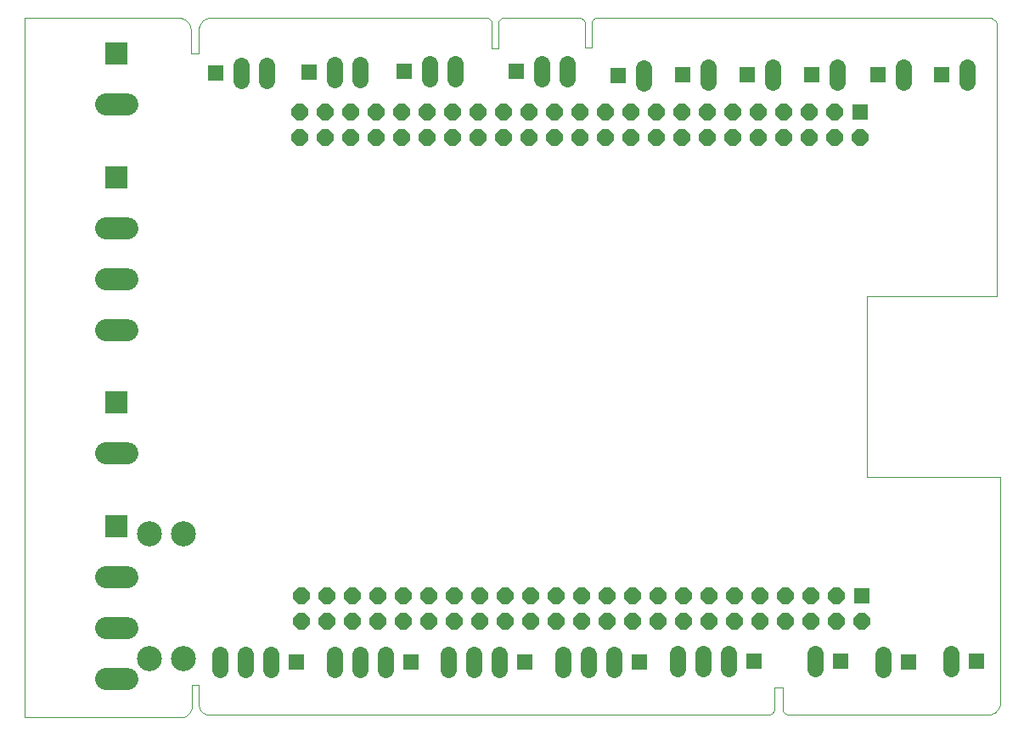
<source format=gbs>
G75*
G70*
%OFA0B0*%
%FSLAX24Y24*%
%IPPOS*%
%LPD*%
%AMOC8*
5,1,8,0,0,1.08239X$1,22.5*
%
%ADD10C,0.0000*%
%ADD11OC8,0.0640*%
%ADD12R,0.0640X0.0640*%
%ADD13C,0.0640*%
%ADD14R,0.0865X0.0865*%
%ADD15C,0.0865*%
%ADD16C,0.0985*%
D10*
X000474Y003346D02*
X006615Y003346D01*
X006616Y003346D02*
X006657Y003350D01*
X006699Y003358D01*
X006739Y003369D01*
X006778Y003384D01*
X006815Y003403D01*
X006851Y003425D01*
X006884Y003450D01*
X006915Y003478D01*
X006944Y003509D01*
X006969Y003542D01*
X006991Y003577D01*
X007010Y003615D01*
X007025Y003654D01*
X007037Y003694D01*
X007044Y003735D01*
X007048Y003777D01*
X007049Y003819D01*
X007049Y004626D01*
X007324Y004626D01*
X007324Y003858D01*
X007323Y003821D01*
X007327Y003784D01*
X007334Y003748D01*
X007344Y003713D01*
X007358Y003679D01*
X007376Y003646D01*
X007396Y003616D01*
X007419Y003587D01*
X007445Y003561D01*
X007474Y003538D01*
X007504Y003517D01*
X007536Y003500D01*
X007570Y003485D01*
X007606Y003475D01*
X007642Y003467D01*
X007678Y003464D01*
X029686Y003464D01*
X029714Y003466D01*
X029742Y003471D01*
X029770Y003479D01*
X029796Y003491D01*
X029820Y003506D01*
X029842Y003523D01*
X029863Y003544D01*
X029880Y003566D01*
X029895Y003590D01*
X029907Y003616D01*
X029915Y003644D01*
X029920Y003672D01*
X029922Y003700D01*
X029923Y003700D02*
X029923Y004527D01*
X030237Y004527D01*
X030237Y003700D01*
X030238Y003700D02*
X030240Y003672D01*
X030245Y003644D01*
X030253Y003616D01*
X030265Y003590D01*
X030280Y003566D01*
X030297Y003544D01*
X030318Y003523D01*
X030340Y003506D01*
X030364Y003491D01*
X030390Y003479D01*
X030418Y003471D01*
X030446Y003466D01*
X030474Y003464D01*
X038249Y003464D01*
X038249Y003465D02*
X038290Y003461D01*
X038332Y003462D01*
X038373Y003465D01*
X038414Y003473D01*
X038454Y003484D01*
X038493Y003498D01*
X038531Y003516D01*
X038566Y003537D01*
X038600Y003561D01*
X038632Y003588D01*
X038661Y003618D01*
X038688Y003650D01*
X038711Y003684D01*
X038732Y003720D01*
X038749Y003758D01*
X038763Y003797D01*
X038773Y003837D01*
X038780Y003878D01*
X038781Y003878D02*
X038781Y012795D01*
X033545Y012795D01*
X033545Y019882D01*
X038663Y019882D01*
X038663Y030511D01*
X038662Y030512D02*
X038658Y030548D01*
X038649Y030584D01*
X038637Y030618D01*
X038622Y030651D01*
X038603Y030683D01*
X038581Y030712D01*
X038556Y030739D01*
X038528Y030763D01*
X038498Y030784D01*
X038466Y030802D01*
X038433Y030816D01*
X038398Y030827D01*
X038362Y030834D01*
X038325Y030837D01*
X038288Y030836D01*
X038289Y030836D02*
X022964Y030836D01*
X022963Y030836D02*
X022935Y030831D01*
X022907Y030823D01*
X022880Y030811D01*
X022854Y030797D01*
X022831Y030779D01*
X022810Y030759D01*
X022792Y030736D01*
X022776Y030712D01*
X022763Y030685D01*
X022754Y030657D01*
X022748Y030629D01*
X022746Y030600D01*
X022747Y030570D01*
X022747Y030571D02*
X022747Y029645D01*
X022491Y029645D01*
X022491Y030551D01*
X022492Y030551D02*
X022493Y030582D01*
X022490Y030613D01*
X022483Y030643D01*
X022472Y030673D01*
X022458Y030700D01*
X022441Y030726D01*
X022421Y030750D01*
X022398Y030771D01*
X022373Y030789D01*
X022345Y030804D01*
X022316Y030815D01*
X022286Y030823D01*
X022256Y030827D01*
X022255Y030826D02*
X019273Y030826D01*
X019245Y030819D01*
X019217Y030809D01*
X019192Y030796D01*
X019168Y030780D01*
X019146Y030762D01*
X019126Y030740D01*
X019109Y030717D01*
X019096Y030692D01*
X019085Y030665D01*
X019078Y030637D01*
X019074Y030608D01*
X019073Y030579D01*
X019076Y030551D01*
X019076Y029626D01*
X018820Y029626D01*
X018820Y030551D01*
X018823Y030579D01*
X018822Y030608D01*
X018818Y030637D01*
X018811Y030665D01*
X018800Y030692D01*
X018787Y030717D01*
X018770Y030740D01*
X018750Y030762D01*
X018728Y030780D01*
X018704Y030796D01*
X018679Y030809D01*
X018651Y030819D01*
X018623Y030826D01*
X007797Y030826D01*
X007756Y030824D01*
X007715Y030819D01*
X007675Y030810D01*
X007636Y030798D01*
X007598Y030782D01*
X007561Y030763D01*
X007526Y030741D01*
X007494Y030716D01*
X007463Y030688D01*
X007435Y030657D01*
X007410Y030625D01*
X007388Y030590D01*
X007369Y030553D01*
X007353Y030515D01*
X007341Y030476D01*
X007332Y030436D01*
X007327Y030395D01*
X007325Y030354D01*
X007324Y030354D02*
X007324Y029409D01*
X007009Y029409D01*
X007009Y030354D01*
X007010Y030354D02*
X007006Y030397D01*
X006999Y030439D01*
X006988Y030481D01*
X006973Y030521D01*
X006955Y030560D01*
X006934Y030597D01*
X006909Y030633D01*
X006882Y030666D01*
X006851Y030696D01*
X006819Y030724D01*
X006783Y030749D01*
X006746Y030770D01*
X006707Y030789D01*
X006667Y030804D01*
X006625Y030815D01*
X006583Y030823D01*
X006540Y030826D01*
X006497Y030827D01*
X006497Y030826D02*
X000474Y030826D01*
X000474Y003346D01*
D11*
X011340Y007137D03*
X012340Y007137D03*
X013340Y007137D03*
X014340Y007137D03*
X015340Y007137D03*
X016340Y007137D03*
X017340Y007137D03*
X018340Y007137D03*
X019340Y007137D03*
X020340Y007137D03*
X021340Y007137D03*
X022340Y007137D03*
X023340Y007137D03*
X024340Y007137D03*
X025340Y007137D03*
X026340Y007137D03*
X027340Y007137D03*
X028340Y007137D03*
X029340Y007137D03*
X030340Y007137D03*
X031340Y007137D03*
X032340Y007137D03*
X033340Y007137D03*
X032340Y008137D03*
X031340Y008137D03*
X030340Y008137D03*
X029340Y008137D03*
X028340Y008137D03*
X027340Y008137D03*
X026340Y008137D03*
X025340Y008137D03*
X024340Y008137D03*
X023340Y008137D03*
X022340Y008137D03*
X021340Y008137D03*
X020340Y008137D03*
X019340Y008137D03*
X018340Y008137D03*
X017340Y008137D03*
X016340Y008137D03*
X015340Y008137D03*
X014340Y008137D03*
X013340Y008137D03*
X012340Y008137D03*
X011340Y008137D03*
X011277Y026130D03*
X011277Y027130D03*
X012277Y027130D03*
X013277Y027130D03*
X014277Y027130D03*
X015277Y027130D03*
X016277Y027130D03*
X017277Y027130D03*
X018277Y027130D03*
X019277Y027130D03*
X020277Y027130D03*
X021277Y027130D03*
X022277Y027130D03*
X023277Y027130D03*
X024277Y027130D03*
X025277Y027130D03*
X026277Y027130D03*
X027277Y027130D03*
X028277Y027130D03*
X029277Y027130D03*
X030277Y027130D03*
X031277Y027130D03*
X032277Y027130D03*
X032277Y026130D03*
X033277Y026130D03*
X031277Y026130D03*
X030277Y026130D03*
X029277Y026130D03*
X028277Y026130D03*
X027277Y026130D03*
X026277Y026130D03*
X025277Y026130D03*
X024277Y026130D03*
X023277Y026130D03*
X022277Y026130D03*
X021277Y026130D03*
X020277Y026130D03*
X019277Y026130D03*
X018277Y026130D03*
X017277Y026130D03*
X016277Y026130D03*
X015277Y026130D03*
X014277Y026130D03*
X013277Y026130D03*
X012277Y026130D03*
D12*
X011659Y028681D03*
X007978Y028661D03*
X015379Y028720D03*
X019779Y028730D03*
X023773Y028573D03*
X026322Y028582D03*
X028861Y028582D03*
X031381Y028592D03*
X033277Y027130D03*
X033989Y028582D03*
X036480Y028592D03*
X033340Y008137D03*
X032509Y005551D03*
X035186Y005511D03*
X037863Y005551D03*
X029100Y005551D03*
X024611Y005511D03*
X020123Y005511D03*
X015635Y005511D03*
X011147Y005511D03*
D13*
X010147Y005211D02*
X010147Y005811D01*
X009147Y005811D02*
X009147Y005211D01*
X008147Y005211D02*
X008147Y005811D01*
X012635Y005811D02*
X012635Y005211D01*
X013635Y005211D02*
X013635Y005811D01*
X014635Y005811D02*
X014635Y005211D01*
X017123Y005211D02*
X017123Y005811D01*
X018123Y005811D02*
X018123Y005211D01*
X019123Y005211D02*
X019123Y005811D01*
X021611Y005811D02*
X021611Y005211D01*
X022611Y005211D02*
X022611Y005811D01*
X023611Y005811D02*
X023611Y005211D01*
X026100Y005251D02*
X026100Y005851D01*
X027100Y005851D02*
X027100Y005251D01*
X028100Y005251D02*
X028100Y005851D01*
X031509Y005851D02*
X031509Y005251D01*
X034186Y005211D02*
X034186Y005811D01*
X036863Y005851D02*
X036863Y005251D01*
X037480Y028292D02*
X037480Y028892D01*
X034989Y028882D02*
X034989Y028282D01*
X032381Y028292D02*
X032381Y028892D01*
X029861Y028882D02*
X029861Y028282D01*
X027322Y028282D02*
X027322Y028882D01*
X024773Y028873D02*
X024773Y028273D01*
X021779Y028430D02*
X021779Y029030D01*
X020779Y029030D02*
X020779Y028430D01*
X017379Y028420D02*
X017379Y029020D01*
X016379Y029020D02*
X016379Y028420D01*
X013659Y028381D02*
X013659Y028981D01*
X012659Y028981D02*
X012659Y028381D01*
X009978Y028361D02*
X009978Y028961D01*
X008978Y028961D02*
X008978Y028361D01*
D14*
X004088Y029425D03*
X004088Y024574D03*
X004088Y015724D03*
X004088Y010874D03*
D15*
X004500Y008874D02*
X003675Y008874D01*
X003675Y006874D02*
X004500Y006874D01*
X004500Y004874D02*
X003675Y004874D01*
X003675Y013724D02*
X004500Y013724D01*
X004500Y018574D02*
X003675Y018574D01*
X003675Y020574D02*
X004500Y020574D01*
X004500Y022574D02*
X003675Y022574D01*
X003675Y027425D02*
X004500Y027425D01*
D16*
X005375Y010551D03*
X006714Y010551D03*
X006714Y005669D03*
X005375Y005669D03*
M02*

</source>
